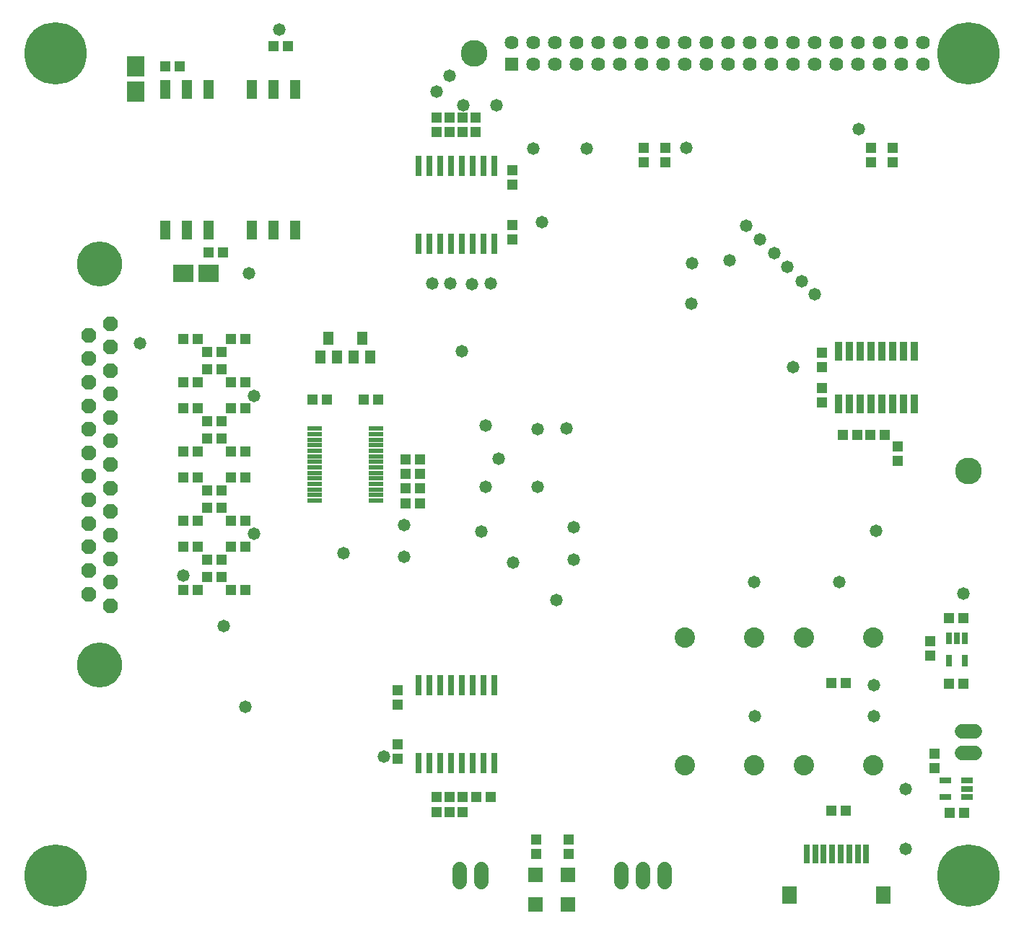
<source format=gbr>
G75*
G70*
%OFA0B0*%
%FSLAX24Y24*%
%IPPOS*%
%LPD*%
%AMOC8*
5,1,8,0,0,1.08239X$1,22.5*
%
%ADD10C,0.1230*%
%ADD11OC8,0.0680*%
%ADD12C,0.2080*%
%ADD13R,0.0474X0.0513*%
%ADD14R,0.0513X0.0474*%
%ADD15R,0.0671X0.0237*%
%ADD16R,0.0474X0.0631*%
%ADD17R,0.0316X0.0946*%
%ADD18C,0.0640*%
%ADD19R,0.0640X0.0640*%
%ADD20R,0.0297X0.0552*%
%ADD21R,0.0316X0.0867*%
%ADD22R,0.0671X0.0789*%
%ADD23C,0.0940*%
%ADD24R,0.0552X0.0297*%
%ADD25C,0.0680*%
%ADD26R,0.0789X0.0926*%
%ADD27R,0.0926X0.0789*%
%ADD28R,0.0340X0.0880*%
%ADD29R,0.0671X0.0671*%
%ADD30R,0.0480X0.0880*%
%ADD31C,0.0580*%
%ADD32C,0.2880*%
D10*
X047341Y022263D03*
X024501Y041558D03*
D11*
X007686Y029068D03*
X007686Y027978D03*
X006686Y027438D03*
X006686Y028528D03*
X007686Y026898D03*
X007686Y025808D03*
X006686Y025268D03*
X006686Y026348D03*
X007686Y024718D03*
X007686Y023638D03*
X006686Y024178D03*
X006686Y023088D03*
X007686Y022548D03*
X007686Y021458D03*
X007686Y020378D03*
X006686Y020918D03*
X006686Y022008D03*
X006686Y019828D03*
X006686Y018748D03*
X007686Y019288D03*
X007686Y018198D03*
X006686Y017658D03*
X006686Y016568D03*
X007686Y016028D03*
X007686Y017118D03*
D12*
X007186Y013288D03*
X007186Y031808D03*
D13*
X011062Y028348D03*
X011731Y028348D03*
X012162Y027748D03*
X012831Y027748D03*
X012831Y026948D03*
X012162Y026948D03*
X011731Y026348D03*
X011062Y026348D03*
X011062Y025148D03*
X011731Y025148D03*
X012162Y024548D03*
X012831Y024548D03*
X012831Y023748D03*
X012162Y023748D03*
X011731Y023148D03*
X011062Y023148D03*
X011062Y021948D03*
X011731Y021948D03*
X012162Y021348D03*
X012831Y021348D03*
X012831Y020548D03*
X012162Y020548D03*
X011731Y019948D03*
X011062Y019948D03*
X011062Y018748D03*
X011731Y018748D03*
X012162Y018148D03*
X012831Y018148D03*
X012831Y017348D03*
X012162Y017348D03*
X011731Y016748D03*
X011062Y016748D03*
X020976Y012133D03*
X020976Y011463D03*
X020977Y009623D03*
X020977Y008953D03*
X024587Y007183D03*
X025256Y007183D03*
X041012Y006568D03*
X041681Y006568D03*
X041681Y012468D03*
X041012Y012468D03*
X045576Y013713D03*
X045576Y014383D03*
X044066Y022723D03*
X044066Y023393D03*
X040566Y025423D03*
X040566Y026093D03*
X040566Y027043D03*
X040566Y027713D03*
X026276Y032953D03*
X026276Y033623D03*
X026276Y035473D03*
X026276Y036143D03*
X021991Y022798D03*
X021322Y022798D03*
X021332Y022108D03*
X022001Y022108D03*
X021991Y021438D03*
X021322Y021438D03*
X021322Y020768D03*
X021991Y020768D03*
D14*
X020051Y025548D03*
X019382Y025548D03*
X017711Y025548D03*
X017042Y025548D03*
X013931Y025148D03*
X013262Y025148D03*
X013262Y026348D03*
X013931Y026348D03*
X013931Y028348D03*
X013262Y028348D03*
X012901Y032348D03*
X012232Y032348D03*
X010901Y040948D03*
X010232Y040948D03*
X015232Y041888D03*
X015901Y041888D03*
X022766Y038603D03*
X023366Y038603D03*
X023966Y038603D03*
X024566Y038603D03*
X024566Y037933D03*
X023966Y037933D03*
X023366Y037933D03*
X022766Y037933D03*
X032346Y037183D03*
X033346Y037183D03*
X033346Y036513D03*
X032346Y036513D03*
X042846Y036513D03*
X042846Y037183D03*
X043846Y037183D03*
X043846Y036513D03*
X043451Y023928D03*
X042782Y023928D03*
X042191Y023928D03*
X041522Y023928D03*
X046432Y015438D03*
X047101Y015438D03*
X047101Y012428D03*
X046432Y012428D03*
X045756Y009193D03*
X045756Y008523D03*
X046452Y006458D03*
X047121Y006458D03*
X028851Y005233D03*
X028851Y004563D03*
X027351Y004563D03*
X027351Y005233D03*
X023966Y006503D03*
X023366Y006503D03*
X022766Y006503D03*
X022766Y007173D03*
X023366Y007173D03*
X023966Y007173D03*
X013931Y016748D03*
X013262Y016748D03*
X013262Y018748D03*
X013931Y018748D03*
X013931Y019948D03*
X013262Y019948D03*
X013262Y021948D03*
X013931Y021948D03*
X013931Y023148D03*
X013262Y023148D03*
D15*
X017119Y023188D03*
X017119Y023444D03*
X017119Y023700D03*
X017119Y023956D03*
X017119Y024211D03*
X017119Y022932D03*
X017119Y022676D03*
X017119Y022420D03*
X017119Y022164D03*
X017119Y021908D03*
X017119Y021652D03*
X017119Y021397D03*
X017119Y021141D03*
X017119Y020885D03*
X019973Y020885D03*
X019973Y021141D03*
X019973Y021397D03*
X019973Y021652D03*
X019973Y021908D03*
X019973Y022164D03*
X019973Y022420D03*
X019973Y022676D03*
X019973Y022932D03*
X019973Y023188D03*
X019973Y023444D03*
X019973Y023700D03*
X019973Y023956D03*
X019973Y024211D03*
D16*
X019690Y027515D03*
X018942Y027515D03*
X018150Y027515D03*
X017402Y027515D03*
X017776Y028381D03*
X019316Y028381D03*
D17*
X021916Y032737D03*
X022416Y032737D03*
X022916Y032737D03*
X023416Y032737D03*
X023916Y032737D03*
X024416Y032737D03*
X024916Y032737D03*
X025416Y032737D03*
X025416Y036359D03*
X024916Y036359D03*
X024416Y036359D03*
X023916Y036359D03*
X023416Y036359D03*
X022916Y036359D03*
X022416Y036359D03*
X021916Y036359D03*
X021916Y012359D03*
X022416Y012359D03*
X022916Y012359D03*
X023416Y012359D03*
X023916Y012359D03*
X024416Y012359D03*
X024916Y012359D03*
X025416Y012359D03*
X025416Y008737D03*
X024916Y008737D03*
X024416Y008737D03*
X023916Y008737D03*
X023416Y008737D03*
X022916Y008737D03*
X022416Y008737D03*
X021916Y008737D03*
D18*
X027236Y041058D03*
X028236Y041058D03*
X029236Y041058D03*
X030236Y041058D03*
X031236Y041058D03*
X032236Y041058D03*
X033236Y041058D03*
X034236Y041058D03*
X035236Y041058D03*
X036236Y041058D03*
X037236Y041058D03*
X038236Y041058D03*
X039236Y041058D03*
X040236Y041058D03*
X041236Y041058D03*
X042236Y041058D03*
X043236Y041058D03*
X044236Y041058D03*
X045236Y041058D03*
X045236Y042058D03*
X044236Y042058D03*
X043236Y042058D03*
X042236Y042058D03*
X041236Y042058D03*
X040236Y042058D03*
X039236Y042058D03*
X038236Y042058D03*
X037236Y042058D03*
X036236Y042058D03*
X035236Y042058D03*
X034236Y042058D03*
X033236Y042058D03*
X032236Y042058D03*
X031236Y042058D03*
X030236Y042058D03*
X029236Y042058D03*
X028236Y042058D03*
X027236Y042058D03*
X026236Y042058D03*
D19*
X026236Y041058D03*
D20*
X046418Y014521D03*
X046792Y014521D03*
X047166Y014521D03*
X047166Y013497D03*
X046418Y013497D03*
D21*
X042612Y004548D03*
X042219Y004548D03*
X041825Y004548D03*
X041431Y004548D03*
X041037Y004548D03*
X040644Y004548D03*
X040250Y004548D03*
X039856Y004548D03*
D22*
X039059Y002659D03*
X043400Y002658D03*
D23*
X042946Y008648D03*
X039746Y008648D03*
X037446Y008648D03*
X034246Y008648D03*
X034246Y014548D03*
X037446Y014548D03*
X039746Y014548D03*
X042946Y014548D03*
D24*
X046255Y007937D03*
X046255Y007189D03*
X047279Y007189D03*
X047279Y007563D03*
X047279Y007937D03*
D25*
X047046Y009208D02*
X047646Y009208D01*
X047646Y010208D02*
X047046Y010208D01*
X033286Y003848D02*
X033286Y003248D01*
X032286Y003248D02*
X032286Y003848D01*
X031286Y003848D02*
X031286Y003248D01*
X024846Y003248D02*
X024846Y003848D01*
X023846Y003848D02*
X023846Y003248D01*
D26*
X008861Y039782D03*
X008861Y040944D03*
D27*
X011071Y031393D03*
X012232Y031393D03*
D28*
X041336Y027778D03*
X041836Y027778D03*
X042336Y027778D03*
X042836Y027778D03*
X043336Y027778D03*
X043836Y027778D03*
X044336Y027778D03*
X044836Y027778D03*
X044836Y025358D03*
X044336Y025358D03*
X043836Y025358D03*
X043336Y025358D03*
X042836Y025358D03*
X042336Y025358D03*
X041836Y025358D03*
X041336Y025358D03*
D29*
X028847Y003595D03*
X027341Y003599D03*
X027341Y002221D03*
X028847Y002217D03*
D30*
X016231Y033398D03*
X015231Y033398D03*
X014231Y033398D03*
X012231Y033398D03*
X011231Y033398D03*
X010231Y033398D03*
X010231Y039898D03*
X011231Y039898D03*
X012231Y039898D03*
X014231Y039898D03*
X015231Y039898D03*
X016231Y039898D03*
D31*
X015496Y042648D03*
X022776Y039788D03*
X023366Y040528D03*
X023986Y039148D03*
X025526Y039148D03*
X027246Y037148D03*
X029706Y037168D03*
X027646Y033748D03*
X025266Y030908D03*
X024386Y030898D03*
X023406Y030908D03*
X022556Y030918D03*
X023916Y027788D03*
X025036Y024368D03*
X025636Y022808D03*
X025036Y021518D03*
X024836Y019448D03*
X026286Y018008D03*
X028306Y016278D03*
X029096Y018158D03*
X029086Y019668D03*
X027436Y021518D03*
X027446Y024188D03*
X028766Y024208D03*
X034536Y029988D03*
X034556Y031838D03*
X036286Y031988D03*
X037711Y032958D03*
X037071Y033588D03*
X038351Y032318D03*
X038951Y031688D03*
X039641Y031018D03*
X040241Y030428D03*
X039246Y027048D03*
X043066Y019498D03*
X041376Y017128D03*
X037436Y017118D03*
X042956Y012368D03*
X042956Y010928D03*
X044446Y007548D03*
X044446Y004798D03*
X037466Y010928D03*
X047106Y016588D03*
X034286Y037188D03*
X042256Y038058D03*
X021266Y019768D03*
X021266Y018278D03*
X018476Y018448D03*
X014316Y019358D03*
X011066Y017408D03*
X012926Y015098D03*
X013946Y011348D03*
X020346Y009048D03*
X014316Y025708D03*
X009067Y028157D03*
X014096Y031398D03*
D32*
X005165Y003548D03*
X047346Y003548D03*
X047346Y041548D03*
X005165Y041548D03*
M02*

</source>
